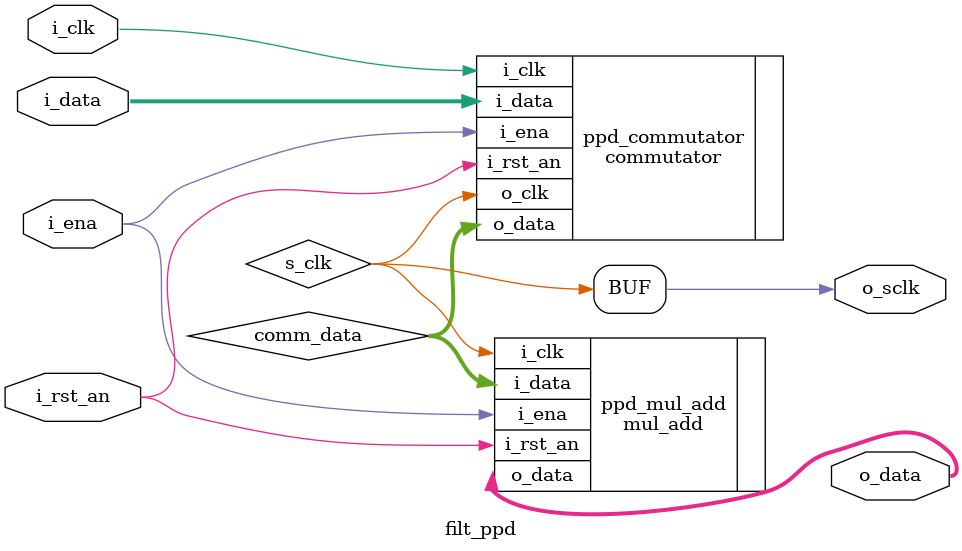
<source format=v>
`define DIV(N, D) (N%D==0) ? (N/D) : (N/D+1)
module filt_ppd #(  
  parameter gp_idata_width       = 8,                              // Set input data width
  parameter gp_decimation_factor = 4,                              // Set number of output channels
  parameter gp_coeff_length      = 17,                             // Set filter coefficient length
  parameter gp_coeff_width       = 8,                              // Set filter coefficient filter bit-width
  parameter gp_tf_df             = 1,                              // Select filter topology 1-> TF | 0-> DF   
  parameter gp_comm_reg_oup      = 1,                              // Select commutator 1-> registered output | 0 -> none-registered
  parameter gp_comm_ccw          = 1,                              // Select commutator 1-> Counter Clock Wise | 0 -> Clock Wise
  parameter gp_mul_ccw           = 1,                              // Select multiplier 1-> Counter Clock Wise | 0 -> Clock Wise
  parameter gp_comm_phase        = 0,                              // Select downsample phase 0:gp_decimation_factor-1
  parameter gp_odata_width       = gp_idata_width+gp_coeff_width+gp_decimation_factor+(`DIV(gp_coeff_length,gp_decimation_factor))
				                                   // Set output bit-width
) (
  input  wire                             i_rst_an,                // Asynchronous active low reset
  input  wire                             i_ena,                   // Synchronous active high enable
  input  wire                             i_clk,                   // Rising-edge clock
  input  wire signed [gp_idata_width-1:0] i_data,                  // Input data with gp_idata_width bits MSB:LSB, signed
  output wire signed [gp_odata_width-1:0] o_data,                  // Output data with gp_decimation_factor x gp_idata_width width MSB:LSB, signed
  output wire                             o_sclk                   // Slow clock pulsed output
);
// -------------------------------------------------------------------
  // WIRE DECLARATION
  wire                                           s_clk;
  wire [gp_decimation_factor*gp_idata_width-1:0] comm_data;
// -------------------------------------------------------------------  
  commutator #(
    .gp_ccw               (gp_comm_ccw         ),
    .gp_idata_width       (gp_idata_width      ),
    .gp_decimation_factor (gp_decimation_factor),
    .gp_reg_oup           (gp_comm_reg_oup     ),                     
    .gp_phase             (gp_comm_phase       )
  ) ppd_commutator                             
  (
    .i_rst_an (i_rst_an ),
    .i_ena    (i_ena    ),
    .i_clk    (i_clk    ),
    .i_data   (i_data   ),
    .o_data   (comm_data),     
    .o_clk    (s_clk    ) 
  );
        
  mul_add #(
    .gp_idata_width       (gp_idata_width      ),   
    .gp_decimation_factor (gp_decimation_factor),
    .gp_coeff_length      (gp_coeff_length     ),
    .gp_coeff_width       (gp_coeff_width      ),
    .gp_tf_df	          (gp_tf_df            ),
    .gp_ccw	          (gp_mul_ccw          ),
    .gp_odata_width       (gp_odata_width      )
  ) ppd_mul_add (
    .i_rst_an (i_rst_an ),
    .i_ena    (i_ena    ),
    .i_clk    (s_clk    ),
    .i_data   (comm_data),
    .o_data   (o_data   )
  );

  assign o_sclk = s_clk;
  
endmodule

</source>
